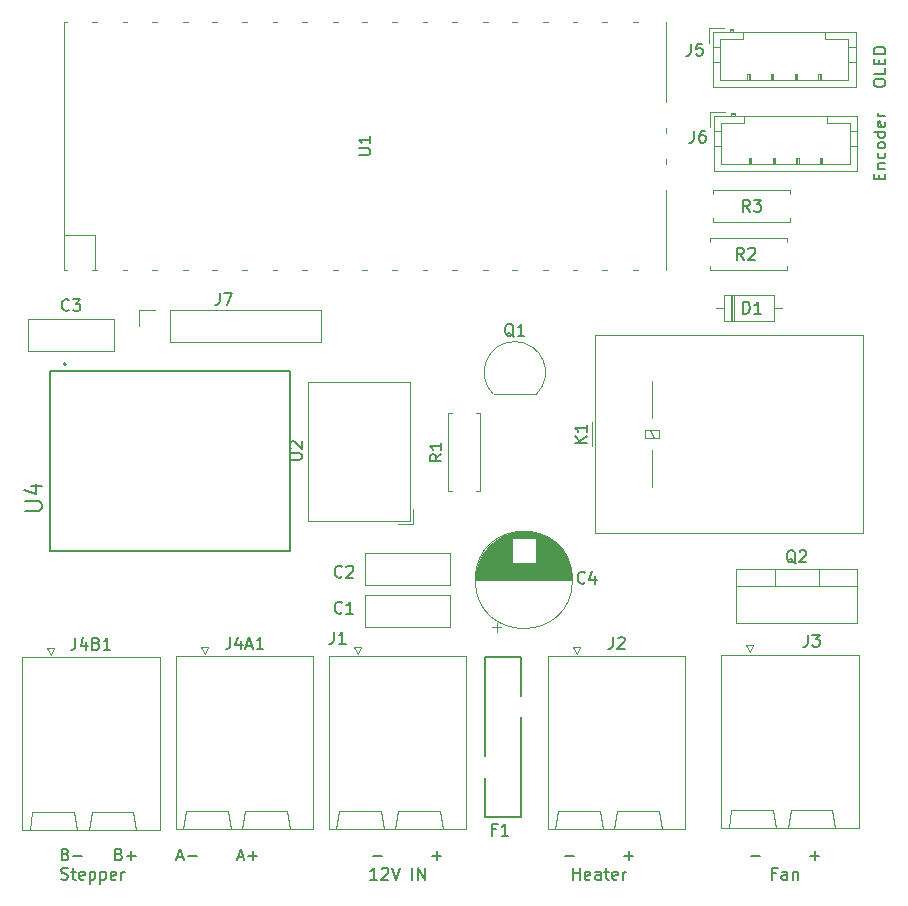
<source format=gbr>
%TF.GenerationSoftware,KiCad,Pcbnew,7.0.1*%
%TF.CreationDate,2023-04-06T19:52:14-04:00*%
%TF.ProjectId,KiwiBoard,4b697769-426f-4617-9264-2e6b69636164,rev?*%
%TF.SameCoordinates,Original*%
%TF.FileFunction,Legend,Top*%
%TF.FilePolarity,Positive*%
%FSLAX46Y46*%
G04 Gerber Fmt 4.6, Leading zero omitted, Abs format (unit mm)*
G04 Created by KiCad (PCBNEW 7.0.1) date 2023-04-06 19:52:14*
%MOMM*%
%LPD*%
G01*
G04 APERTURE LIST*
%ADD10C,0.150000*%
%ADD11C,0.120000*%
%ADD12C,0.127000*%
%ADD13C,0.200000*%
G04 APERTURE END LIST*
D10*
X122797809Y-55387904D02*
X122797809Y-55054571D01*
X123321619Y-54911714D02*
X123321619Y-55387904D01*
X123321619Y-55387904D02*
X122321619Y-55387904D01*
X122321619Y-55387904D02*
X122321619Y-54911714D01*
X122654952Y-54483142D02*
X123321619Y-54483142D01*
X122750190Y-54483142D02*
X122702571Y-54435523D01*
X122702571Y-54435523D02*
X122654952Y-54340285D01*
X122654952Y-54340285D02*
X122654952Y-54197428D01*
X122654952Y-54197428D02*
X122702571Y-54102190D01*
X122702571Y-54102190D02*
X122797809Y-54054571D01*
X122797809Y-54054571D02*
X123321619Y-54054571D01*
X123274000Y-53149809D02*
X123321619Y-53245047D01*
X123321619Y-53245047D02*
X123321619Y-53435523D01*
X123321619Y-53435523D02*
X123274000Y-53530761D01*
X123274000Y-53530761D02*
X123226380Y-53578380D01*
X123226380Y-53578380D02*
X123131142Y-53625999D01*
X123131142Y-53625999D02*
X122845428Y-53625999D01*
X122845428Y-53625999D02*
X122750190Y-53578380D01*
X122750190Y-53578380D02*
X122702571Y-53530761D01*
X122702571Y-53530761D02*
X122654952Y-53435523D01*
X122654952Y-53435523D02*
X122654952Y-53245047D01*
X122654952Y-53245047D02*
X122702571Y-53149809D01*
X123321619Y-52578380D02*
X123274000Y-52673618D01*
X123274000Y-52673618D02*
X123226380Y-52721237D01*
X123226380Y-52721237D02*
X123131142Y-52768856D01*
X123131142Y-52768856D02*
X122845428Y-52768856D01*
X122845428Y-52768856D02*
X122750190Y-52721237D01*
X122750190Y-52721237D02*
X122702571Y-52673618D01*
X122702571Y-52673618D02*
X122654952Y-52578380D01*
X122654952Y-52578380D02*
X122654952Y-52435523D01*
X122654952Y-52435523D02*
X122702571Y-52340285D01*
X122702571Y-52340285D02*
X122750190Y-52292666D01*
X122750190Y-52292666D02*
X122845428Y-52245047D01*
X122845428Y-52245047D02*
X123131142Y-52245047D01*
X123131142Y-52245047D02*
X123226380Y-52292666D01*
X123226380Y-52292666D02*
X123274000Y-52340285D01*
X123274000Y-52340285D02*
X123321619Y-52435523D01*
X123321619Y-52435523D02*
X123321619Y-52578380D01*
X123321619Y-51387904D02*
X122321619Y-51387904D01*
X123274000Y-51387904D02*
X123321619Y-51483142D01*
X123321619Y-51483142D02*
X123321619Y-51673618D01*
X123321619Y-51673618D02*
X123274000Y-51768856D01*
X123274000Y-51768856D02*
X123226380Y-51816475D01*
X123226380Y-51816475D02*
X123131142Y-51864094D01*
X123131142Y-51864094D02*
X122845428Y-51864094D01*
X122845428Y-51864094D02*
X122750190Y-51816475D01*
X122750190Y-51816475D02*
X122702571Y-51768856D01*
X122702571Y-51768856D02*
X122654952Y-51673618D01*
X122654952Y-51673618D02*
X122654952Y-51483142D01*
X122654952Y-51483142D02*
X122702571Y-51387904D01*
X123274000Y-50530761D02*
X123321619Y-50625999D01*
X123321619Y-50625999D02*
X123321619Y-50816475D01*
X123321619Y-50816475D02*
X123274000Y-50911713D01*
X123274000Y-50911713D02*
X123178761Y-50959332D01*
X123178761Y-50959332D02*
X122797809Y-50959332D01*
X122797809Y-50959332D02*
X122702571Y-50911713D01*
X122702571Y-50911713D02*
X122654952Y-50816475D01*
X122654952Y-50816475D02*
X122654952Y-50625999D01*
X122654952Y-50625999D02*
X122702571Y-50530761D01*
X122702571Y-50530761D02*
X122797809Y-50483142D01*
X122797809Y-50483142D02*
X122893047Y-50483142D01*
X122893047Y-50483142D02*
X122988285Y-50959332D01*
X123321619Y-50054570D02*
X122654952Y-50054570D01*
X122845428Y-50054570D02*
X122750190Y-50006951D01*
X122750190Y-50006951D02*
X122702571Y-49959332D01*
X122702571Y-49959332D02*
X122654952Y-49864094D01*
X122654952Y-49864094D02*
X122654952Y-49768856D01*
X111903238Y-112684666D02*
X112665143Y-112684666D01*
X116950858Y-112684666D02*
X117712763Y-112684666D01*
X117331810Y-113065619D02*
X117331810Y-112303714D01*
X114046095Y-114161809D02*
X113712762Y-114161809D01*
X113712762Y-114685619D02*
X113712762Y-113685619D01*
X113712762Y-113685619D02*
X114188952Y-113685619D01*
X114998476Y-114685619D02*
X114998476Y-114161809D01*
X114998476Y-114161809D02*
X114950857Y-114066571D01*
X114950857Y-114066571D02*
X114855619Y-114018952D01*
X114855619Y-114018952D02*
X114665143Y-114018952D01*
X114665143Y-114018952D02*
X114569905Y-114066571D01*
X114998476Y-114638000D02*
X114903238Y-114685619D01*
X114903238Y-114685619D02*
X114665143Y-114685619D01*
X114665143Y-114685619D02*
X114569905Y-114638000D01*
X114569905Y-114638000D02*
X114522286Y-114542761D01*
X114522286Y-114542761D02*
X114522286Y-114447523D01*
X114522286Y-114447523D02*
X114569905Y-114352285D01*
X114569905Y-114352285D02*
X114665143Y-114304666D01*
X114665143Y-114304666D02*
X114903238Y-114304666D01*
X114903238Y-114304666D02*
X114998476Y-114257047D01*
X115474667Y-114018952D02*
X115474667Y-114685619D01*
X115474667Y-114114190D02*
X115522286Y-114066571D01*
X115522286Y-114066571D02*
X115617524Y-114018952D01*
X115617524Y-114018952D02*
X115760381Y-114018952D01*
X115760381Y-114018952D02*
X115855619Y-114066571D01*
X115855619Y-114066571D02*
X115903238Y-114161809D01*
X115903238Y-114161809D02*
X115903238Y-114685619D01*
X53911428Y-112541809D02*
X54054285Y-112589428D01*
X54054285Y-112589428D02*
X54101904Y-112637047D01*
X54101904Y-112637047D02*
X54149523Y-112732285D01*
X54149523Y-112732285D02*
X54149523Y-112875142D01*
X54149523Y-112875142D02*
X54101904Y-112970380D01*
X54101904Y-112970380D02*
X54054285Y-113018000D01*
X54054285Y-113018000D02*
X53959047Y-113065619D01*
X53959047Y-113065619D02*
X53578095Y-113065619D01*
X53578095Y-113065619D02*
X53578095Y-112065619D01*
X53578095Y-112065619D02*
X53911428Y-112065619D01*
X53911428Y-112065619D02*
X54006666Y-112113238D01*
X54006666Y-112113238D02*
X54054285Y-112160857D01*
X54054285Y-112160857D02*
X54101904Y-112256095D01*
X54101904Y-112256095D02*
X54101904Y-112351333D01*
X54101904Y-112351333D02*
X54054285Y-112446571D01*
X54054285Y-112446571D02*
X54006666Y-112494190D01*
X54006666Y-112494190D02*
X53911428Y-112541809D01*
X53911428Y-112541809D02*
X53578095Y-112541809D01*
X54578095Y-112684666D02*
X55340000Y-112684666D01*
X58435238Y-112541809D02*
X58578095Y-112589428D01*
X58578095Y-112589428D02*
X58625714Y-112637047D01*
X58625714Y-112637047D02*
X58673333Y-112732285D01*
X58673333Y-112732285D02*
X58673333Y-112875142D01*
X58673333Y-112875142D02*
X58625714Y-112970380D01*
X58625714Y-112970380D02*
X58578095Y-113018000D01*
X58578095Y-113018000D02*
X58482857Y-113065619D01*
X58482857Y-113065619D02*
X58101905Y-113065619D01*
X58101905Y-113065619D02*
X58101905Y-112065619D01*
X58101905Y-112065619D02*
X58435238Y-112065619D01*
X58435238Y-112065619D02*
X58530476Y-112113238D01*
X58530476Y-112113238D02*
X58578095Y-112160857D01*
X58578095Y-112160857D02*
X58625714Y-112256095D01*
X58625714Y-112256095D02*
X58625714Y-112351333D01*
X58625714Y-112351333D02*
X58578095Y-112446571D01*
X58578095Y-112446571D02*
X58530476Y-112494190D01*
X58530476Y-112494190D02*
X58435238Y-112541809D01*
X58435238Y-112541809D02*
X58101905Y-112541809D01*
X59101905Y-112684666D02*
X59863810Y-112684666D01*
X59482857Y-113065619D02*
X59482857Y-112303714D01*
X63340001Y-112779904D02*
X63816191Y-112779904D01*
X63244763Y-113065619D02*
X63578096Y-112065619D01*
X63578096Y-112065619D02*
X63911429Y-113065619D01*
X64244763Y-112684666D02*
X65006668Y-112684666D01*
X68482859Y-112779904D02*
X68959049Y-112779904D01*
X68387621Y-113065619D02*
X68720954Y-112065619D01*
X68720954Y-112065619D02*
X69054287Y-113065619D01*
X69387621Y-112684666D02*
X70149526Y-112684666D01*
X69768573Y-113065619D02*
X69768573Y-112303714D01*
X53530476Y-114638000D02*
X53673333Y-114685619D01*
X53673333Y-114685619D02*
X53911428Y-114685619D01*
X53911428Y-114685619D02*
X54006666Y-114638000D01*
X54006666Y-114638000D02*
X54054285Y-114590380D01*
X54054285Y-114590380D02*
X54101904Y-114495142D01*
X54101904Y-114495142D02*
X54101904Y-114399904D01*
X54101904Y-114399904D02*
X54054285Y-114304666D01*
X54054285Y-114304666D02*
X54006666Y-114257047D01*
X54006666Y-114257047D02*
X53911428Y-114209428D01*
X53911428Y-114209428D02*
X53720952Y-114161809D01*
X53720952Y-114161809D02*
X53625714Y-114114190D01*
X53625714Y-114114190D02*
X53578095Y-114066571D01*
X53578095Y-114066571D02*
X53530476Y-113971333D01*
X53530476Y-113971333D02*
X53530476Y-113876095D01*
X53530476Y-113876095D02*
X53578095Y-113780857D01*
X53578095Y-113780857D02*
X53625714Y-113733238D01*
X53625714Y-113733238D02*
X53720952Y-113685619D01*
X53720952Y-113685619D02*
X53959047Y-113685619D01*
X53959047Y-113685619D02*
X54101904Y-113733238D01*
X54387619Y-114018952D02*
X54768571Y-114018952D01*
X54530476Y-113685619D02*
X54530476Y-114542761D01*
X54530476Y-114542761D02*
X54578095Y-114638000D01*
X54578095Y-114638000D02*
X54673333Y-114685619D01*
X54673333Y-114685619D02*
X54768571Y-114685619D01*
X55482857Y-114638000D02*
X55387619Y-114685619D01*
X55387619Y-114685619D02*
X55197143Y-114685619D01*
X55197143Y-114685619D02*
X55101905Y-114638000D01*
X55101905Y-114638000D02*
X55054286Y-114542761D01*
X55054286Y-114542761D02*
X55054286Y-114161809D01*
X55054286Y-114161809D02*
X55101905Y-114066571D01*
X55101905Y-114066571D02*
X55197143Y-114018952D01*
X55197143Y-114018952D02*
X55387619Y-114018952D01*
X55387619Y-114018952D02*
X55482857Y-114066571D01*
X55482857Y-114066571D02*
X55530476Y-114161809D01*
X55530476Y-114161809D02*
X55530476Y-114257047D01*
X55530476Y-114257047D02*
X55054286Y-114352285D01*
X55959048Y-114018952D02*
X55959048Y-115018952D01*
X55959048Y-114066571D02*
X56054286Y-114018952D01*
X56054286Y-114018952D02*
X56244762Y-114018952D01*
X56244762Y-114018952D02*
X56340000Y-114066571D01*
X56340000Y-114066571D02*
X56387619Y-114114190D01*
X56387619Y-114114190D02*
X56435238Y-114209428D01*
X56435238Y-114209428D02*
X56435238Y-114495142D01*
X56435238Y-114495142D02*
X56387619Y-114590380D01*
X56387619Y-114590380D02*
X56340000Y-114638000D01*
X56340000Y-114638000D02*
X56244762Y-114685619D01*
X56244762Y-114685619D02*
X56054286Y-114685619D01*
X56054286Y-114685619D02*
X55959048Y-114638000D01*
X56863810Y-114018952D02*
X56863810Y-115018952D01*
X56863810Y-114066571D02*
X56959048Y-114018952D01*
X56959048Y-114018952D02*
X57149524Y-114018952D01*
X57149524Y-114018952D02*
X57244762Y-114066571D01*
X57244762Y-114066571D02*
X57292381Y-114114190D01*
X57292381Y-114114190D02*
X57340000Y-114209428D01*
X57340000Y-114209428D02*
X57340000Y-114495142D01*
X57340000Y-114495142D02*
X57292381Y-114590380D01*
X57292381Y-114590380D02*
X57244762Y-114638000D01*
X57244762Y-114638000D02*
X57149524Y-114685619D01*
X57149524Y-114685619D02*
X56959048Y-114685619D01*
X56959048Y-114685619D02*
X56863810Y-114638000D01*
X58149524Y-114638000D02*
X58054286Y-114685619D01*
X58054286Y-114685619D02*
X57863810Y-114685619D01*
X57863810Y-114685619D02*
X57768572Y-114638000D01*
X57768572Y-114638000D02*
X57720953Y-114542761D01*
X57720953Y-114542761D02*
X57720953Y-114161809D01*
X57720953Y-114161809D02*
X57768572Y-114066571D01*
X57768572Y-114066571D02*
X57863810Y-114018952D01*
X57863810Y-114018952D02*
X58054286Y-114018952D01*
X58054286Y-114018952D02*
X58149524Y-114066571D01*
X58149524Y-114066571D02*
X58197143Y-114161809D01*
X58197143Y-114161809D02*
X58197143Y-114257047D01*
X58197143Y-114257047D02*
X57720953Y-114352285D01*
X58625715Y-114685619D02*
X58625715Y-114018952D01*
X58625715Y-114209428D02*
X58673334Y-114114190D01*
X58673334Y-114114190D02*
X58720953Y-114066571D01*
X58720953Y-114066571D02*
X58816191Y-114018952D01*
X58816191Y-114018952D02*
X58911429Y-114018952D01*
X122321619Y-47323428D02*
X122321619Y-47132952D01*
X122321619Y-47132952D02*
X122369238Y-47037714D01*
X122369238Y-47037714D02*
X122464476Y-46942476D01*
X122464476Y-46942476D02*
X122654952Y-46894857D01*
X122654952Y-46894857D02*
X122988285Y-46894857D01*
X122988285Y-46894857D02*
X123178761Y-46942476D01*
X123178761Y-46942476D02*
X123274000Y-47037714D01*
X123274000Y-47037714D02*
X123321619Y-47132952D01*
X123321619Y-47132952D02*
X123321619Y-47323428D01*
X123321619Y-47323428D02*
X123274000Y-47418666D01*
X123274000Y-47418666D02*
X123178761Y-47513904D01*
X123178761Y-47513904D02*
X122988285Y-47561523D01*
X122988285Y-47561523D02*
X122654952Y-47561523D01*
X122654952Y-47561523D02*
X122464476Y-47513904D01*
X122464476Y-47513904D02*
X122369238Y-47418666D01*
X122369238Y-47418666D02*
X122321619Y-47323428D01*
X123321619Y-45990095D02*
X123321619Y-46466285D01*
X123321619Y-46466285D02*
X122321619Y-46466285D01*
X122797809Y-45656761D02*
X122797809Y-45323428D01*
X123321619Y-45180571D02*
X123321619Y-45656761D01*
X123321619Y-45656761D02*
X122321619Y-45656761D01*
X122321619Y-45656761D02*
X122321619Y-45180571D01*
X123321619Y-44751999D02*
X122321619Y-44751999D01*
X122321619Y-44751999D02*
X122321619Y-44513904D01*
X122321619Y-44513904D02*
X122369238Y-44371047D01*
X122369238Y-44371047D02*
X122464476Y-44275809D01*
X122464476Y-44275809D02*
X122559714Y-44228190D01*
X122559714Y-44228190D02*
X122750190Y-44180571D01*
X122750190Y-44180571D02*
X122893047Y-44180571D01*
X122893047Y-44180571D02*
X123083523Y-44228190D01*
X123083523Y-44228190D02*
X123178761Y-44275809D01*
X123178761Y-44275809D02*
X123274000Y-44371047D01*
X123274000Y-44371047D02*
X123321619Y-44513904D01*
X123321619Y-44513904D02*
X123321619Y-44751999D01*
X96155238Y-112684666D02*
X96917143Y-112684666D01*
X101202858Y-112684666D02*
X101964763Y-112684666D01*
X101583810Y-113065619D02*
X101583810Y-112303714D01*
X96869523Y-114685619D02*
X96869523Y-113685619D01*
X96869523Y-114161809D02*
X97440951Y-114161809D01*
X97440951Y-114685619D02*
X97440951Y-113685619D01*
X98298094Y-114638000D02*
X98202856Y-114685619D01*
X98202856Y-114685619D02*
X98012380Y-114685619D01*
X98012380Y-114685619D02*
X97917142Y-114638000D01*
X97917142Y-114638000D02*
X97869523Y-114542761D01*
X97869523Y-114542761D02*
X97869523Y-114161809D01*
X97869523Y-114161809D02*
X97917142Y-114066571D01*
X97917142Y-114066571D02*
X98012380Y-114018952D01*
X98012380Y-114018952D02*
X98202856Y-114018952D01*
X98202856Y-114018952D02*
X98298094Y-114066571D01*
X98298094Y-114066571D02*
X98345713Y-114161809D01*
X98345713Y-114161809D02*
X98345713Y-114257047D01*
X98345713Y-114257047D02*
X97869523Y-114352285D01*
X99202856Y-114685619D02*
X99202856Y-114161809D01*
X99202856Y-114161809D02*
X99155237Y-114066571D01*
X99155237Y-114066571D02*
X99059999Y-114018952D01*
X99059999Y-114018952D02*
X98869523Y-114018952D01*
X98869523Y-114018952D02*
X98774285Y-114066571D01*
X99202856Y-114638000D02*
X99107618Y-114685619D01*
X99107618Y-114685619D02*
X98869523Y-114685619D01*
X98869523Y-114685619D02*
X98774285Y-114638000D01*
X98774285Y-114638000D02*
X98726666Y-114542761D01*
X98726666Y-114542761D02*
X98726666Y-114447523D01*
X98726666Y-114447523D02*
X98774285Y-114352285D01*
X98774285Y-114352285D02*
X98869523Y-114304666D01*
X98869523Y-114304666D02*
X99107618Y-114304666D01*
X99107618Y-114304666D02*
X99202856Y-114257047D01*
X99536190Y-114018952D02*
X99917142Y-114018952D01*
X99679047Y-113685619D02*
X99679047Y-114542761D01*
X99679047Y-114542761D02*
X99726666Y-114638000D01*
X99726666Y-114638000D02*
X99821904Y-114685619D01*
X99821904Y-114685619D02*
X99917142Y-114685619D01*
X100631428Y-114638000D02*
X100536190Y-114685619D01*
X100536190Y-114685619D02*
X100345714Y-114685619D01*
X100345714Y-114685619D02*
X100250476Y-114638000D01*
X100250476Y-114638000D02*
X100202857Y-114542761D01*
X100202857Y-114542761D02*
X100202857Y-114161809D01*
X100202857Y-114161809D02*
X100250476Y-114066571D01*
X100250476Y-114066571D02*
X100345714Y-114018952D01*
X100345714Y-114018952D02*
X100536190Y-114018952D01*
X100536190Y-114018952D02*
X100631428Y-114066571D01*
X100631428Y-114066571D02*
X100679047Y-114161809D01*
X100679047Y-114161809D02*
X100679047Y-114257047D01*
X100679047Y-114257047D02*
X100202857Y-114352285D01*
X101107619Y-114685619D02*
X101107619Y-114018952D01*
X101107619Y-114209428D02*
X101155238Y-114114190D01*
X101155238Y-114114190D02*
X101202857Y-114066571D01*
X101202857Y-114066571D02*
X101298095Y-114018952D01*
X101298095Y-114018952D02*
X101393333Y-114018952D01*
X79899238Y-112684666D02*
X80661143Y-112684666D01*
X84946858Y-112684666D02*
X85708763Y-112684666D01*
X85327810Y-113065619D02*
X85327810Y-112303714D01*
X80280190Y-114685619D02*
X79708762Y-114685619D01*
X79994476Y-114685619D02*
X79994476Y-113685619D01*
X79994476Y-113685619D02*
X79899238Y-113828476D01*
X79899238Y-113828476D02*
X79804000Y-113923714D01*
X79804000Y-113923714D02*
X79708762Y-113971333D01*
X80661143Y-113780857D02*
X80708762Y-113733238D01*
X80708762Y-113733238D02*
X80804000Y-113685619D01*
X80804000Y-113685619D02*
X81042095Y-113685619D01*
X81042095Y-113685619D02*
X81137333Y-113733238D01*
X81137333Y-113733238D02*
X81184952Y-113780857D01*
X81184952Y-113780857D02*
X81232571Y-113876095D01*
X81232571Y-113876095D02*
X81232571Y-113971333D01*
X81232571Y-113971333D02*
X81184952Y-114114190D01*
X81184952Y-114114190D02*
X80613524Y-114685619D01*
X80613524Y-114685619D02*
X81232571Y-114685619D01*
X81518286Y-113685619D02*
X81851619Y-114685619D01*
X81851619Y-114685619D02*
X82184952Y-113685619D01*
X83280191Y-114685619D02*
X83280191Y-113685619D01*
X83756381Y-114685619D02*
X83756381Y-113685619D01*
X83756381Y-113685619D02*
X84327809Y-114685619D01*
X84327809Y-114685619D02*
X84327809Y-113685619D01*
%TO.C,J4B1*%
X54748476Y-94212619D02*
X54748476Y-94926904D01*
X54748476Y-94926904D02*
X54700857Y-95069761D01*
X54700857Y-95069761D02*
X54605619Y-95165000D01*
X54605619Y-95165000D02*
X54462762Y-95212619D01*
X54462762Y-95212619D02*
X54367524Y-95212619D01*
X55653238Y-94545952D02*
X55653238Y-95212619D01*
X55415143Y-94165000D02*
X55177048Y-94879285D01*
X55177048Y-94879285D02*
X55796095Y-94879285D01*
X56510381Y-94688809D02*
X56653238Y-94736428D01*
X56653238Y-94736428D02*
X56700857Y-94784047D01*
X56700857Y-94784047D02*
X56748476Y-94879285D01*
X56748476Y-94879285D02*
X56748476Y-95022142D01*
X56748476Y-95022142D02*
X56700857Y-95117380D01*
X56700857Y-95117380D02*
X56653238Y-95165000D01*
X56653238Y-95165000D02*
X56558000Y-95212619D01*
X56558000Y-95212619D02*
X56177048Y-95212619D01*
X56177048Y-95212619D02*
X56177048Y-94212619D01*
X56177048Y-94212619D02*
X56510381Y-94212619D01*
X56510381Y-94212619D02*
X56605619Y-94260238D01*
X56605619Y-94260238D02*
X56653238Y-94307857D01*
X56653238Y-94307857D02*
X56700857Y-94403095D01*
X56700857Y-94403095D02*
X56700857Y-94498333D01*
X56700857Y-94498333D02*
X56653238Y-94593571D01*
X56653238Y-94593571D02*
X56605619Y-94641190D01*
X56605619Y-94641190D02*
X56510381Y-94688809D01*
X56510381Y-94688809D02*
X56177048Y-94688809D01*
X57700857Y-95212619D02*
X57129429Y-95212619D01*
X57415143Y-95212619D02*
X57415143Y-94212619D01*
X57415143Y-94212619D02*
X57319905Y-94355476D01*
X57319905Y-94355476D02*
X57224667Y-94450714D01*
X57224667Y-94450714D02*
X57129429Y-94498333D01*
%TO.C,J4A1*%
X67849904Y-94155119D02*
X67849904Y-94869404D01*
X67849904Y-94869404D02*
X67802285Y-95012261D01*
X67802285Y-95012261D02*
X67707047Y-95107500D01*
X67707047Y-95107500D02*
X67564190Y-95155119D01*
X67564190Y-95155119D02*
X67468952Y-95155119D01*
X68754666Y-94488452D02*
X68754666Y-95155119D01*
X68516571Y-94107500D02*
X68278476Y-94821785D01*
X68278476Y-94821785D02*
X68897523Y-94821785D01*
X69230857Y-94869404D02*
X69707047Y-94869404D01*
X69135619Y-95155119D02*
X69468952Y-94155119D01*
X69468952Y-94155119D02*
X69802285Y-95155119D01*
X70659428Y-95155119D02*
X70088000Y-95155119D01*
X70373714Y-95155119D02*
X70373714Y-94155119D01*
X70373714Y-94155119D02*
X70278476Y-94297976D01*
X70278476Y-94297976D02*
X70183238Y-94393214D01*
X70183238Y-94393214D02*
X70088000Y-94440833D01*
%TO.C,J1*%
X76628666Y-93696619D02*
X76628666Y-94410904D01*
X76628666Y-94410904D02*
X76581047Y-94553761D01*
X76581047Y-94553761D02*
X76485809Y-94649000D01*
X76485809Y-94649000D02*
X76342952Y-94696619D01*
X76342952Y-94696619D02*
X76247714Y-94696619D01*
X77628666Y-94696619D02*
X77057238Y-94696619D01*
X77342952Y-94696619D02*
X77342952Y-93696619D01*
X77342952Y-93696619D02*
X77247714Y-93839476D01*
X77247714Y-93839476D02*
X77152476Y-93934714D01*
X77152476Y-93934714D02*
X77057238Y-93982333D01*
%TO.C,F1*%
X90344399Y-110428761D02*
X90010798Y-110428761D01*
X90010798Y-110952991D02*
X90010798Y-109952188D01*
X90010798Y-109952188D02*
X90487371Y-109952188D01*
X91392859Y-110952991D02*
X90820972Y-110952991D01*
X91106915Y-110952991D02*
X91106915Y-109952188D01*
X91106915Y-109952188D02*
X91011601Y-110095160D01*
X91011601Y-110095160D02*
X90916286Y-110190474D01*
X90916286Y-110190474D02*
X90820972Y-110238132D01*
%TO.C,Q1*%
X91852761Y-68731857D02*
X91757523Y-68684238D01*
X91757523Y-68684238D02*
X91662285Y-68589000D01*
X91662285Y-68589000D02*
X91519428Y-68446142D01*
X91519428Y-68446142D02*
X91424190Y-68398523D01*
X91424190Y-68398523D02*
X91328952Y-68398523D01*
X91376571Y-68636619D02*
X91281333Y-68589000D01*
X91281333Y-68589000D02*
X91186095Y-68493761D01*
X91186095Y-68493761D02*
X91138476Y-68303285D01*
X91138476Y-68303285D02*
X91138476Y-67969952D01*
X91138476Y-67969952D02*
X91186095Y-67779476D01*
X91186095Y-67779476D02*
X91281333Y-67684238D01*
X91281333Y-67684238D02*
X91376571Y-67636619D01*
X91376571Y-67636619D02*
X91567047Y-67636619D01*
X91567047Y-67636619D02*
X91662285Y-67684238D01*
X91662285Y-67684238D02*
X91757523Y-67779476D01*
X91757523Y-67779476D02*
X91805142Y-67969952D01*
X91805142Y-67969952D02*
X91805142Y-68303285D01*
X91805142Y-68303285D02*
X91757523Y-68493761D01*
X91757523Y-68493761D02*
X91662285Y-68589000D01*
X91662285Y-68589000D02*
X91567047Y-68636619D01*
X91567047Y-68636619D02*
X91376571Y-68636619D01*
X92757523Y-68636619D02*
X92186095Y-68636619D01*
X92471809Y-68636619D02*
X92471809Y-67636619D01*
X92471809Y-67636619D02*
X92376571Y-67779476D01*
X92376571Y-67779476D02*
X92281333Y-67874714D01*
X92281333Y-67874714D02*
X92186095Y-67922333D01*
%TO.C,J5*%
X106854666Y-43912619D02*
X106854666Y-44626904D01*
X106854666Y-44626904D02*
X106807047Y-44769761D01*
X106807047Y-44769761D02*
X106711809Y-44865000D01*
X106711809Y-44865000D02*
X106568952Y-44912619D01*
X106568952Y-44912619D02*
X106473714Y-44912619D01*
X107807047Y-43912619D02*
X107330857Y-43912619D01*
X107330857Y-43912619D02*
X107283238Y-44388809D01*
X107283238Y-44388809D02*
X107330857Y-44341190D01*
X107330857Y-44341190D02*
X107426095Y-44293571D01*
X107426095Y-44293571D02*
X107664190Y-44293571D01*
X107664190Y-44293571D02*
X107759428Y-44341190D01*
X107759428Y-44341190D02*
X107807047Y-44388809D01*
X107807047Y-44388809D02*
X107854666Y-44484047D01*
X107854666Y-44484047D02*
X107854666Y-44722142D01*
X107854666Y-44722142D02*
X107807047Y-44817380D01*
X107807047Y-44817380D02*
X107759428Y-44865000D01*
X107759428Y-44865000D02*
X107664190Y-44912619D01*
X107664190Y-44912619D02*
X107426095Y-44912619D01*
X107426095Y-44912619D02*
X107330857Y-44865000D01*
X107330857Y-44865000D02*
X107283238Y-44817380D01*
%TO.C,C4*%
X97877333Y-89521380D02*
X97829714Y-89569000D01*
X97829714Y-89569000D02*
X97686857Y-89616619D01*
X97686857Y-89616619D02*
X97591619Y-89616619D01*
X97591619Y-89616619D02*
X97448762Y-89569000D01*
X97448762Y-89569000D02*
X97353524Y-89473761D01*
X97353524Y-89473761D02*
X97305905Y-89378523D01*
X97305905Y-89378523D02*
X97258286Y-89188047D01*
X97258286Y-89188047D02*
X97258286Y-89045190D01*
X97258286Y-89045190D02*
X97305905Y-88854714D01*
X97305905Y-88854714D02*
X97353524Y-88759476D01*
X97353524Y-88759476D02*
X97448762Y-88664238D01*
X97448762Y-88664238D02*
X97591619Y-88616619D01*
X97591619Y-88616619D02*
X97686857Y-88616619D01*
X97686857Y-88616619D02*
X97829714Y-88664238D01*
X97829714Y-88664238D02*
X97877333Y-88711857D01*
X98734476Y-88949952D02*
X98734476Y-89616619D01*
X98496381Y-88569000D02*
X98258286Y-89283285D01*
X98258286Y-89283285D02*
X98877333Y-89283285D01*
%TO.C,C3*%
X54189333Y-66447380D02*
X54141714Y-66495000D01*
X54141714Y-66495000D02*
X53998857Y-66542619D01*
X53998857Y-66542619D02*
X53903619Y-66542619D01*
X53903619Y-66542619D02*
X53760762Y-66495000D01*
X53760762Y-66495000D02*
X53665524Y-66399761D01*
X53665524Y-66399761D02*
X53617905Y-66304523D01*
X53617905Y-66304523D02*
X53570286Y-66114047D01*
X53570286Y-66114047D02*
X53570286Y-65971190D01*
X53570286Y-65971190D02*
X53617905Y-65780714D01*
X53617905Y-65780714D02*
X53665524Y-65685476D01*
X53665524Y-65685476D02*
X53760762Y-65590238D01*
X53760762Y-65590238D02*
X53903619Y-65542619D01*
X53903619Y-65542619D02*
X53998857Y-65542619D01*
X53998857Y-65542619D02*
X54141714Y-65590238D01*
X54141714Y-65590238D02*
X54189333Y-65637857D01*
X54522667Y-65542619D02*
X55141714Y-65542619D01*
X55141714Y-65542619D02*
X54808381Y-65923571D01*
X54808381Y-65923571D02*
X54951238Y-65923571D01*
X54951238Y-65923571D02*
X55046476Y-65971190D01*
X55046476Y-65971190D02*
X55094095Y-66018809D01*
X55094095Y-66018809D02*
X55141714Y-66114047D01*
X55141714Y-66114047D02*
X55141714Y-66352142D01*
X55141714Y-66352142D02*
X55094095Y-66447380D01*
X55094095Y-66447380D02*
X55046476Y-66495000D01*
X55046476Y-66495000D02*
X54951238Y-66542619D01*
X54951238Y-66542619D02*
X54665524Y-66542619D01*
X54665524Y-66542619D02*
X54570286Y-66495000D01*
X54570286Y-66495000D02*
X54522667Y-66447380D01*
%TO.C,C1*%
X77303333Y-92061380D02*
X77255714Y-92109000D01*
X77255714Y-92109000D02*
X77112857Y-92156619D01*
X77112857Y-92156619D02*
X77017619Y-92156619D01*
X77017619Y-92156619D02*
X76874762Y-92109000D01*
X76874762Y-92109000D02*
X76779524Y-92013761D01*
X76779524Y-92013761D02*
X76731905Y-91918523D01*
X76731905Y-91918523D02*
X76684286Y-91728047D01*
X76684286Y-91728047D02*
X76684286Y-91585190D01*
X76684286Y-91585190D02*
X76731905Y-91394714D01*
X76731905Y-91394714D02*
X76779524Y-91299476D01*
X76779524Y-91299476D02*
X76874762Y-91204238D01*
X76874762Y-91204238D02*
X77017619Y-91156619D01*
X77017619Y-91156619D02*
X77112857Y-91156619D01*
X77112857Y-91156619D02*
X77255714Y-91204238D01*
X77255714Y-91204238D02*
X77303333Y-91251857D01*
X78255714Y-92156619D02*
X77684286Y-92156619D01*
X77970000Y-92156619D02*
X77970000Y-91156619D01*
X77970000Y-91156619D02*
X77874762Y-91299476D01*
X77874762Y-91299476D02*
X77779524Y-91394714D01*
X77779524Y-91394714D02*
X77684286Y-91442333D01*
%TO.C,Q2*%
X115728761Y-87910857D02*
X115633523Y-87863238D01*
X115633523Y-87863238D02*
X115538285Y-87768000D01*
X115538285Y-87768000D02*
X115395428Y-87625142D01*
X115395428Y-87625142D02*
X115300190Y-87577523D01*
X115300190Y-87577523D02*
X115204952Y-87577523D01*
X115252571Y-87815619D02*
X115157333Y-87768000D01*
X115157333Y-87768000D02*
X115062095Y-87672761D01*
X115062095Y-87672761D02*
X115014476Y-87482285D01*
X115014476Y-87482285D02*
X115014476Y-87148952D01*
X115014476Y-87148952D02*
X115062095Y-86958476D01*
X115062095Y-86958476D02*
X115157333Y-86863238D01*
X115157333Y-86863238D02*
X115252571Y-86815619D01*
X115252571Y-86815619D02*
X115443047Y-86815619D01*
X115443047Y-86815619D02*
X115538285Y-86863238D01*
X115538285Y-86863238D02*
X115633523Y-86958476D01*
X115633523Y-86958476D02*
X115681142Y-87148952D01*
X115681142Y-87148952D02*
X115681142Y-87482285D01*
X115681142Y-87482285D02*
X115633523Y-87672761D01*
X115633523Y-87672761D02*
X115538285Y-87768000D01*
X115538285Y-87768000D02*
X115443047Y-87815619D01*
X115443047Y-87815619D02*
X115252571Y-87815619D01*
X116062095Y-86910857D02*
X116109714Y-86863238D01*
X116109714Y-86863238D02*
X116204952Y-86815619D01*
X116204952Y-86815619D02*
X116443047Y-86815619D01*
X116443047Y-86815619D02*
X116538285Y-86863238D01*
X116538285Y-86863238D02*
X116585904Y-86910857D01*
X116585904Y-86910857D02*
X116633523Y-87006095D01*
X116633523Y-87006095D02*
X116633523Y-87101333D01*
X116633523Y-87101333D02*
X116585904Y-87244190D01*
X116585904Y-87244190D02*
X116014476Y-87815619D01*
X116014476Y-87815619D02*
X116633523Y-87815619D01*
%TO.C,C2*%
X77303333Y-89013380D02*
X77255714Y-89061000D01*
X77255714Y-89061000D02*
X77112857Y-89108619D01*
X77112857Y-89108619D02*
X77017619Y-89108619D01*
X77017619Y-89108619D02*
X76874762Y-89061000D01*
X76874762Y-89061000D02*
X76779524Y-88965761D01*
X76779524Y-88965761D02*
X76731905Y-88870523D01*
X76731905Y-88870523D02*
X76684286Y-88680047D01*
X76684286Y-88680047D02*
X76684286Y-88537190D01*
X76684286Y-88537190D02*
X76731905Y-88346714D01*
X76731905Y-88346714D02*
X76779524Y-88251476D01*
X76779524Y-88251476D02*
X76874762Y-88156238D01*
X76874762Y-88156238D02*
X77017619Y-88108619D01*
X77017619Y-88108619D02*
X77112857Y-88108619D01*
X77112857Y-88108619D02*
X77255714Y-88156238D01*
X77255714Y-88156238D02*
X77303333Y-88203857D01*
X77684286Y-88203857D02*
X77731905Y-88156238D01*
X77731905Y-88156238D02*
X77827143Y-88108619D01*
X77827143Y-88108619D02*
X78065238Y-88108619D01*
X78065238Y-88108619D02*
X78160476Y-88156238D01*
X78160476Y-88156238D02*
X78208095Y-88203857D01*
X78208095Y-88203857D02*
X78255714Y-88299095D01*
X78255714Y-88299095D02*
X78255714Y-88394333D01*
X78255714Y-88394333D02*
X78208095Y-88537190D01*
X78208095Y-88537190D02*
X77636667Y-89108619D01*
X77636667Y-89108619D02*
X78255714Y-89108619D01*
%TO.C,R1*%
X85722619Y-78652666D02*
X85246428Y-78985999D01*
X85722619Y-79224094D02*
X84722619Y-79224094D01*
X84722619Y-79224094D02*
X84722619Y-78843142D01*
X84722619Y-78843142D02*
X84770238Y-78747904D01*
X84770238Y-78747904D02*
X84817857Y-78700285D01*
X84817857Y-78700285D02*
X84913095Y-78652666D01*
X84913095Y-78652666D02*
X85055952Y-78652666D01*
X85055952Y-78652666D02*
X85151190Y-78700285D01*
X85151190Y-78700285D02*
X85198809Y-78747904D01*
X85198809Y-78747904D02*
X85246428Y-78843142D01*
X85246428Y-78843142D02*
X85246428Y-79224094D01*
X85722619Y-77700285D02*
X85722619Y-78271713D01*
X85722619Y-77985999D02*
X84722619Y-77985999D01*
X84722619Y-77985999D02*
X84865476Y-78081237D01*
X84865476Y-78081237D02*
X84960714Y-78176475D01*
X84960714Y-78176475D02*
X85008333Y-78271713D01*
%TO.C,D1*%
X111275905Y-66756619D02*
X111275905Y-65756619D01*
X111275905Y-65756619D02*
X111514000Y-65756619D01*
X111514000Y-65756619D02*
X111656857Y-65804238D01*
X111656857Y-65804238D02*
X111752095Y-65899476D01*
X111752095Y-65899476D02*
X111799714Y-65994714D01*
X111799714Y-65994714D02*
X111847333Y-66185190D01*
X111847333Y-66185190D02*
X111847333Y-66328047D01*
X111847333Y-66328047D02*
X111799714Y-66518523D01*
X111799714Y-66518523D02*
X111752095Y-66613761D01*
X111752095Y-66613761D02*
X111656857Y-66709000D01*
X111656857Y-66709000D02*
X111514000Y-66756619D01*
X111514000Y-66756619D02*
X111275905Y-66756619D01*
X112799714Y-66756619D02*
X112228286Y-66756619D01*
X112514000Y-66756619D02*
X112514000Y-65756619D01*
X112514000Y-65756619D02*
X112418762Y-65899476D01*
X112418762Y-65899476D02*
X112323524Y-65994714D01*
X112323524Y-65994714D02*
X112228286Y-66042333D01*
%TO.C,J3*%
X116760666Y-93950619D02*
X116760666Y-94664904D01*
X116760666Y-94664904D02*
X116713047Y-94807761D01*
X116713047Y-94807761D02*
X116617809Y-94903000D01*
X116617809Y-94903000D02*
X116474952Y-94950619D01*
X116474952Y-94950619D02*
X116379714Y-94950619D01*
X117141619Y-93950619D02*
X117760666Y-93950619D01*
X117760666Y-93950619D02*
X117427333Y-94331571D01*
X117427333Y-94331571D02*
X117570190Y-94331571D01*
X117570190Y-94331571D02*
X117665428Y-94379190D01*
X117665428Y-94379190D02*
X117713047Y-94426809D01*
X117713047Y-94426809D02*
X117760666Y-94522047D01*
X117760666Y-94522047D02*
X117760666Y-94760142D01*
X117760666Y-94760142D02*
X117713047Y-94855380D01*
X117713047Y-94855380D02*
X117665428Y-94903000D01*
X117665428Y-94903000D02*
X117570190Y-94950619D01*
X117570190Y-94950619D02*
X117284476Y-94950619D01*
X117284476Y-94950619D02*
X117189238Y-94903000D01*
X117189238Y-94903000D02*
X117141619Y-94855380D01*
%TO.C,U4*%
X50496666Y-83469666D02*
X51630000Y-83469666D01*
X51630000Y-83469666D02*
X51763333Y-83403000D01*
X51763333Y-83403000D02*
X51830000Y-83336333D01*
X51830000Y-83336333D02*
X51896666Y-83203000D01*
X51896666Y-83203000D02*
X51896666Y-82936333D01*
X51896666Y-82936333D02*
X51830000Y-82803000D01*
X51830000Y-82803000D02*
X51763333Y-82736333D01*
X51763333Y-82736333D02*
X51630000Y-82669666D01*
X51630000Y-82669666D02*
X50496666Y-82669666D01*
X50963333Y-81402999D02*
X51896666Y-81402999D01*
X50430000Y-81736333D02*
X51430000Y-82069666D01*
X51430000Y-82069666D02*
X51430000Y-81202999D01*
%TO.C,R3*%
X111847333Y-58120619D02*
X111514000Y-57644428D01*
X111275905Y-58120619D02*
X111275905Y-57120619D01*
X111275905Y-57120619D02*
X111656857Y-57120619D01*
X111656857Y-57120619D02*
X111752095Y-57168238D01*
X111752095Y-57168238D02*
X111799714Y-57215857D01*
X111799714Y-57215857D02*
X111847333Y-57311095D01*
X111847333Y-57311095D02*
X111847333Y-57453952D01*
X111847333Y-57453952D02*
X111799714Y-57549190D01*
X111799714Y-57549190D02*
X111752095Y-57596809D01*
X111752095Y-57596809D02*
X111656857Y-57644428D01*
X111656857Y-57644428D02*
X111275905Y-57644428D01*
X112180667Y-57120619D02*
X112799714Y-57120619D01*
X112799714Y-57120619D02*
X112466381Y-57501571D01*
X112466381Y-57501571D02*
X112609238Y-57501571D01*
X112609238Y-57501571D02*
X112704476Y-57549190D01*
X112704476Y-57549190D02*
X112752095Y-57596809D01*
X112752095Y-57596809D02*
X112799714Y-57692047D01*
X112799714Y-57692047D02*
X112799714Y-57930142D01*
X112799714Y-57930142D02*
X112752095Y-58025380D01*
X112752095Y-58025380D02*
X112704476Y-58073000D01*
X112704476Y-58073000D02*
X112609238Y-58120619D01*
X112609238Y-58120619D02*
X112323524Y-58120619D01*
X112323524Y-58120619D02*
X112228286Y-58073000D01*
X112228286Y-58073000D02*
X112180667Y-58025380D01*
%TO.C,U1*%
X78710619Y-53339904D02*
X79520142Y-53339904D01*
X79520142Y-53339904D02*
X79615380Y-53292285D01*
X79615380Y-53292285D02*
X79663000Y-53244666D01*
X79663000Y-53244666D02*
X79710619Y-53149428D01*
X79710619Y-53149428D02*
X79710619Y-52958952D01*
X79710619Y-52958952D02*
X79663000Y-52863714D01*
X79663000Y-52863714D02*
X79615380Y-52816095D01*
X79615380Y-52816095D02*
X79520142Y-52768476D01*
X79520142Y-52768476D02*
X78710619Y-52768476D01*
X79710619Y-51768476D02*
X79710619Y-52339904D01*
X79710619Y-52054190D02*
X78710619Y-52054190D01*
X78710619Y-52054190D02*
X78853476Y-52149428D01*
X78853476Y-52149428D02*
X78948714Y-52244666D01*
X78948714Y-52244666D02*
X78996333Y-52339904D01*
%TO.C,J2*%
X100250666Y-94155119D02*
X100250666Y-94869404D01*
X100250666Y-94869404D02*
X100203047Y-95012261D01*
X100203047Y-95012261D02*
X100107809Y-95107500D01*
X100107809Y-95107500D02*
X99964952Y-95155119D01*
X99964952Y-95155119D02*
X99869714Y-95155119D01*
X100679238Y-94250357D02*
X100726857Y-94202738D01*
X100726857Y-94202738D02*
X100822095Y-94155119D01*
X100822095Y-94155119D02*
X101060190Y-94155119D01*
X101060190Y-94155119D02*
X101155428Y-94202738D01*
X101155428Y-94202738D02*
X101203047Y-94250357D01*
X101203047Y-94250357D02*
X101250666Y-94345595D01*
X101250666Y-94345595D02*
X101250666Y-94440833D01*
X101250666Y-94440833D02*
X101203047Y-94583690D01*
X101203047Y-94583690D02*
X100631619Y-95155119D01*
X100631619Y-95155119D02*
X101250666Y-95155119D01*
%TO.C,J7*%
X66976666Y-64994619D02*
X66976666Y-65708904D01*
X66976666Y-65708904D02*
X66929047Y-65851761D01*
X66929047Y-65851761D02*
X66833809Y-65947000D01*
X66833809Y-65947000D02*
X66690952Y-65994619D01*
X66690952Y-65994619D02*
X66595714Y-65994619D01*
X67357619Y-64994619D02*
X68024285Y-64994619D01*
X68024285Y-64994619D02*
X67595714Y-65994619D01*
%TO.C,J6*%
X107108666Y-51278619D02*
X107108666Y-51992904D01*
X107108666Y-51992904D02*
X107061047Y-52135761D01*
X107061047Y-52135761D02*
X106965809Y-52231000D01*
X106965809Y-52231000D02*
X106822952Y-52278619D01*
X106822952Y-52278619D02*
X106727714Y-52278619D01*
X108013428Y-51278619D02*
X107822952Y-51278619D01*
X107822952Y-51278619D02*
X107727714Y-51326238D01*
X107727714Y-51326238D02*
X107680095Y-51373857D01*
X107680095Y-51373857D02*
X107584857Y-51516714D01*
X107584857Y-51516714D02*
X107537238Y-51707190D01*
X107537238Y-51707190D02*
X107537238Y-52088142D01*
X107537238Y-52088142D02*
X107584857Y-52183380D01*
X107584857Y-52183380D02*
X107632476Y-52231000D01*
X107632476Y-52231000D02*
X107727714Y-52278619D01*
X107727714Y-52278619D02*
X107918190Y-52278619D01*
X107918190Y-52278619D02*
X108013428Y-52231000D01*
X108013428Y-52231000D02*
X108061047Y-52183380D01*
X108061047Y-52183380D02*
X108108666Y-52088142D01*
X108108666Y-52088142D02*
X108108666Y-51850047D01*
X108108666Y-51850047D02*
X108061047Y-51754809D01*
X108061047Y-51754809D02*
X108013428Y-51707190D01*
X108013428Y-51707190D02*
X107918190Y-51659571D01*
X107918190Y-51659571D02*
X107727714Y-51659571D01*
X107727714Y-51659571D02*
X107632476Y-51707190D01*
X107632476Y-51707190D02*
X107584857Y-51754809D01*
X107584857Y-51754809D02*
X107537238Y-51850047D01*
%TO.C,U2*%
X72902619Y-79154904D02*
X73712142Y-79154904D01*
X73712142Y-79154904D02*
X73807380Y-79107285D01*
X73807380Y-79107285D02*
X73855000Y-79059666D01*
X73855000Y-79059666D02*
X73902619Y-78964428D01*
X73902619Y-78964428D02*
X73902619Y-78773952D01*
X73902619Y-78773952D02*
X73855000Y-78678714D01*
X73855000Y-78678714D02*
X73807380Y-78631095D01*
X73807380Y-78631095D02*
X73712142Y-78583476D01*
X73712142Y-78583476D02*
X72902619Y-78583476D01*
X72997857Y-78154904D02*
X72950238Y-78107285D01*
X72950238Y-78107285D02*
X72902619Y-78012047D01*
X72902619Y-78012047D02*
X72902619Y-77773952D01*
X72902619Y-77773952D02*
X72950238Y-77678714D01*
X72950238Y-77678714D02*
X72997857Y-77631095D01*
X72997857Y-77631095D02*
X73093095Y-77583476D01*
X73093095Y-77583476D02*
X73188333Y-77583476D01*
X73188333Y-77583476D02*
X73331190Y-77631095D01*
X73331190Y-77631095D02*
X73902619Y-78202523D01*
X73902619Y-78202523D02*
X73902619Y-77583476D01*
%TO.C,K1*%
X98017119Y-77700094D02*
X97017119Y-77700094D01*
X98017119Y-77128666D02*
X97445690Y-77557237D01*
X97017119Y-77128666D02*
X97588547Y-77700094D01*
X98017119Y-76176285D02*
X98017119Y-76747713D01*
X98017119Y-76461999D02*
X97017119Y-76461999D01*
X97017119Y-76461999D02*
X97159976Y-76557237D01*
X97159976Y-76557237D02*
X97255214Y-76652475D01*
X97255214Y-76652475D02*
X97302833Y-76747713D01*
%TO.C,R2*%
X111339333Y-62184619D02*
X111006000Y-61708428D01*
X110767905Y-62184619D02*
X110767905Y-61184619D01*
X110767905Y-61184619D02*
X111148857Y-61184619D01*
X111148857Y-61184619D02*
X111244095Y-61232238D01*
X111244095Y-61232238D02*
X111291714Y-61279857D01*
X111291714Y-61279857D02*
X111339333Y-61375095D01*
X111339333Y-61375095D02*
X111339333Y-61517952D01*
X111339333Y-61517952D02*
X111291714Y-61613190D01*
X111291714Y-61613190D02*
X111244095Y-61660809D01*
X111244095Y-61660809D02*
X111148857Y-61708428D01*
X111148857Y-61708428D02*
X110767905Y-61708428D01*
X111720286Y-61279857D02*
X111767905Y-61232238D01*
X111767905Y-61232238D02*
X111863143Y-61184619D01*
X111863143Y-61184619D02*
X112101238Y-61184619D01*
X112101238Y-61184619D02*
X112196476Y-61232238D01*
X112196476Y-61232238D02*
X112244095Y-61279857D01*
X112244095Y-61279857D02*
X112291714Y-61375095D01*
X112291714Y-61375095D02*
X112291714Y-61470333D01*
X112291714Y-61470333D02*
X112244095Y-61613190D01*
X112244095Y-61613190D02*
X111672667Y-62184619D01*
X111672667Y-62184619D02*
X112291714Y-62184619D01*
D11*
%TO.C,J4B1*%
X50248000Y-95840000D02*
X61868000Y-95840000D01*
X50248000Y-110460000D02*
X50248000Y-95840000D01*
X50858000Y-110460000D02*
X51108000Y-108960000D01*
X51108000Y-108960000D02*
X54608000Y-108960000D01*
X52358000Y-95040000D02*
X52658000Y-95640000D01*
X52358000Y-95040000D02*
X52958000Y-95040000D01*
X52958000Y-95040000D02*
X52658000Y-95640000D01*
X54858000Y-110460000D02*
X54608000Y-108960000D01*
X55858000Y-110460000D02*
X56108000Y-108960000D01*
X56108000Y-108960000D02*
X59608000Y-108960000D01*
X59858000Y-110460000D02*
X59608000Y-108960000D01*
X61868000Y-95840000D02*
X61868000Y-110460000D01*
X61868000Y-110460000D02*
X50248000Y-110460000D01*
%TO.C,J4A1*%
X63278000Y-95782500D02*
X74898000Y-95782500D01*
X63278000Y-110402500D02*
X63278000Y-95782500D01*
X63888000Y-110402500D02*
X64138000Y-108902500D01*
X64138000Y-108902500D02*
X67638000Y-108902500D01*
X65388000Y-94982500D02*
X65688000Y-95582500D01*
X65388000Y-94982500D02*
X65988000Y-94982500D01*
X65988000Y-94982500D02*
X65688000Y-95582500D01*
X67888000Y-110402500D02*
X67638000Y-108902500D01*
X68888000Y-110402500D02*
X69138000Y-108902500D01*
X69138000Y-108902500D02*
X72638000Y-108902500D01*
X72888000Y-110402500D02*
X72638000Y-108902500D01*
X74898000Y-95782500D02*
X74898000Y-110402500D01*
X74898000Y-110402500D02*
X63278000Y-110402500D01*
%TO.C,J1*%
X76232000Y-95782500D02*
X87852000Y-95782500D01*
X76232000Y-110402500D02*
X76232000Y-95782500D01*
X76842000Y-110402500D02*
X77092000Y-108902500D01*
X77092000Y-108902500D02*
X80592000Y-108902500D01*
X78342000Y-94982500D02*
X78642000Y-95582500D01*
X78342000Y-94982500D02*
X78942000Y-94982500D01*
X78942000Y-94982500D02*
X78642000Y-95582500D01*
X80842000Y-110402500D02*
X80592000Y-108902500D01*
X81842000Y-110402500D02*
X82092000Y-108902500D01*
X82092000Y-108902500D02*
X85592000Y-108902500D01*
X85842000Y-110402500D02*
X85592000Y-108902500D01*
X87852000Y-95782500D02*
X87852000Y-110402500D01*
X87852000Y-110402500D02*
X76232000Y-110402500D01*
D12*
%TO.C,F1*%
X89382000Y-109406000D02*
X92482000Y-109406000D01*
X89382000Y-109406000D02*
X89382000Y-106106000D01*
X92482000Y-109406000D02*
X92482000Y-100906000D01*
X89382000Y-104206000D02*
X89382000Y-95826000D01*
X92482000Y-99156000D02*
X92482000Y-95826000D01*
X89382000Y-95826000D02*
X92482000Y-95826000D01*
D11*
%TO.C,Q1*%
X90148000Y-73584000D02*
X93748000Y-73584000D01*
X91948000Y-69134000D02*
G75*
G03*
X90109522Y-73572478I0J-2600000D01*
G01*
X93786478Y-73572478D02*
G75*
G03*
X91948000Y-69134000I-1838478J1838478D01*
G01*
%TO.C,J5*%
X108384000Y-42594000D02*
X108384000Y-43844000D01*
X108684000Y-42894000D02*
X108684000Y-47614000D01*
X108684000Y-44204000D02*
X109294000Y-44204000D01*
X108684000Y-45504000D02*
X109294000Y-45504000D01*
X108684000Y-47614000D02*
X120804000Y-47614000D01*
X109294000Y-43504000D02*
X109294000Y-47004000D01*
X109294000Y-47004000D02*
X120194000Y-47004000D01*
X109634000Y-42594000D02*
X108384000Y-42594000D01*
X110144000Y-42694000D02*
X110144000Y-42894000D01*
X110444000Y-42694000D02*
X110144000Y-42694000D01*
X110444000Y-42794000D02*
X110144000Y-42794000D01*
X110444000Y-42894000D02*
X110444000Y-42694000D01*
X111244000Y-42894000D02*
X111244000Y-43504000D01*
X111244000Y-43504000D02*
X109294000Y-43504000D01*
X111644000Y-46504000D02*
X111844000Y-46504000D01*
X111644000Y-47004000D02*
X111644000Y-46504000D01*
X111744000Y-47004000D02*
X111744000Y-46504000D01*
X111844000Y-46504000D02*
X111844000Y-47004000D01*
X113644000Y-46504000D02*
X113844000Y-46504000D01*
X113644000Y-47004000D02*
X113644000Y-46504000D01*
X113744000Y-47004000D02*
X113744000Y-46504000D01*
X113844000Y-46504000D02*
X113844000Y-47004000D01*
X115644000Y-46504000D02*
X115844000Y-46504000D01*
X115644000Y-47004000D02*
X115644000Y-46504000D01*
X115744000Y-47004000D02*
X115744000Y-46504000D01*
X115844000Y-46504000D02*
X115844000Y-47004000D01*
X117644000Y-46504000D02*
X117844000Y-46504000D01*
X117644000Y-47004000D02*
X117644000Y-46504000D01*
X117744000Y-47004000D02*
X117744000Y-46504000D01*
X117844000Y-46504000D02*
X117844000Y-47004000D01*
X118244000Y-43504000D02*
X118244000Y-42894000D01*
X120194000Y-43504000D02*
X118244000Y-43504000D01*
X120194000Y-47004000D02*
X120194000Y-43504000D01*
X120804000Y-42894000D02*
X108684000Y-42894000D01*
X120804000Y-44204000D02*
X120194000Y-44204000D01*
X120804000Y-45504000D02*
X120194000Y-45504000D01*
X120804000Y-47614000D02*
X120804000Y-42894000D01*
%TO.C,C4*%
X90395000Y-93720349D02*
X90395000Y-92920349D01*
X89995000Y-93320349D02*
X90795000Y-93320349D01*
X88630000Y-89310651D02*
X96790000Y-89310651D01*
X88630000Y-89270651D02*
X96790000Y-89270651D01*
X88630000Y-89230651D02*
X96790000Y-89230651D01*
X88631000Y-89190651D02*
X96789000Y-89190651D01*
X88633000Y-89150651D02*
X96787000Y-89150651D01*
X88634000Y-89110651D02*
X96786000Y-89110651D01*
X88636000Y-89070651D02*
X96784000Y-89070651D01*
X88639000Y-89030651D02*
X96781000Y-89030651D01*
X88642000Y-88990651D02*
X96778000Y-88990651D01*
X88645000Y-88950651D02*
X96775000Y-88950651D01*
X88649000Y-88910651D02*
X96771000Y-88910651D01*
X88653000Y-88870651D02*
X96767000Y-88870651D01*
X88658000Y-88830651D02*
X96762000Y-88830651D01*
X88662000Y-88790651D02*
X96758000Y-88790651D01*
X88668000Y-88750651D02*
X96752000Y-88750651D01*
X88673000Y-88710651D02*
X96747000Y-88710651D01*
X88680000Y-88670651D02*
X96740000Y-88670651D01*
X88686000Y-88630651D02*
X96734000Y-88630651D01*
X88693000Y-88589651D02*
X96727000Y-88589651D01*
X88700000Y-88549651D02*
X96720000Y-88549651D01*
X88708000Y-88509651D02*
X96712000Y-88509651D01*
X88716000Y-88469651D02*
X96704000Y-88469651D01*
X88725000Y-88429651D02*
X96695000Y-88429651D01*
X88734000Y-88389651D02*
X96686000Y-88389651D01*
X88743000Y-88349651D02*
X96677000Y-88349651D01*
X88753000Y-88309651D02*
X96667000Y-88309651D01*
X88763000Y-88269651D02*
X96657000Y-88269651D01*
X88774000Y-88229651D02*
X96646000Y-88229651D01*
X88785000Y-88189651D02*
X96635000Y-88189651D01*
X88796000Y-88149651D02*
X96624000Y-88149651D01*
X88808000Y-88109651D02*
X96612000Y-88109651D01*
X88821000Y-88069651D02*
X96599000Y-88069651D01*
X88833000Y-88029651D02*
X96587000Y-88029651D01*
X88847000Y-87989651D02*
X96573000Y-87989651D01*
X88860000Y-87949651D02*
X96560000Y-87949651D01*
X88875000Y-87909651D02*
X96545000Y-87909651D01*
X88889000Y-87869651D02*
X96531000Y-87869651D01*
X88905000Y-87829651D02*
X91670000Y-87829651D01*
X93750000Y-87829651D02*
X96515000Y-87829651D01*
X88920000Y-87789651D02*
X91670000Y-87789651D01*
X93750000Y-87789651D02*
X96500000Y-87789651D01*
X88936000Y-87749651D02*
X91670000Y-87749651D01*
X93750000Y-87749651D02*
X96484000Y-87749651D01*
X88953000Y-87709651D02*
X91670000Y-87709651D01*
X93750000Y-87709651D02*
X96467000Y-87709651D01*
X88970000Y-87669651D02*
X91670000Y-87669651D01*
X93750000Y-87669651D02*
X96450000Y-87669651D01*
X88988000Y-87629651D02*
X91670000Y-87629651D01*
X93750000Y-87629651D02*
X96432000Y-87629651D01*
X89006000Y-87589651D02*
X91670000Y-87589651D01*
X93750000Y-87589651D02*
X96414000Y-87589651D01*
X89024000Y-87549651D02*
X91670000Y-87549651D01*
X93750000Y-87549651D02*
X96396000Y-87549651D01*
X89044000Y-87509651D02*
X91670000Y-87509651D01*
X93750000Y-87509651D02*
X96376000Y-87509651D01*
X89063000Y-87469651D02*
X91670000Y-87469651D01*
X93750000Y-87469651D02*
X96357000Y-87469651D01*
X89083000Y-87429651D02*
X91670000Y-87429651D01*
X93750000Y-87429651D02*
X96337000Y-87429651D01*
X89104000Y-87389651D02*
X91670000Y-87389651D01*
X93750000Y-87389651D02*
X96316000Y-87389651D01*
X89126000Y-87349651D02*
X91670000Y-87349651D01*
X93750000Y-87349651D02*
X96294000Y-87349651D01*
X89148000Y-87309651D02*
X91670000Y-87309651D01*
X93750000Y-87309651D02*
X96272000Y-87309651D01*
X89170000Y-87269651D02*
X91670000Y-87269651D01*
X93750000Y-87269651D02*
X96250000Y-87269651D01*
X89193000Y-87229651D02*
X91670000Y-87229651D01*
X93750000Y-87229651D02*
X96227000Y-87229651D01*
X89217000Y-87189651D02*
X91670000Y-87189651D01*
X93750000Y-87189651D02*
X96203000Y-87189651D01*
X89241000Y-87149651D02*
X91670000Y-87149651D01*
X93750000Y-87149651D02*
X96179000Y-87149651D01*
X89266000Y-87109651D02*
X91670000Y-87109651D01*
X93750000Y-87109651D02*
X96154000Y-87109651D01*
X89292000Y-87069651D02*
X91670000Y-87069651D01*
X93750000Y-87069651D02*
X96128000Y-87069651D01*
X89318000Y-87029651D02*
X91670000Y-87029651D01*
X93750000Y-87029651D02*
X96102000Y-87029651D01*
X89345000Y-86989651D02*
X91670000Y-86989651D01*
X93750000Y-86989651D02*
X96075000Y-86989651D01*
X89372000Y-86949651D02*
X91670000Y-86949651D01*
X93750000Y-86949651D02*
X96048000Y-86949651D01*
X89401000Y-86909651D02*
X91670000Y-86909651D01*
X93750000Y-86909651D02*
X96019000Y-86909651D01*
X89430000Y-86869651D02*
X91670000Y-86869651D01*
X93750000Y-86869651D02*
X95990000Y-86869651D01*
X89460000Y-86829651D02*
X91670000Y-86829651D01*
X93750000Y-86829651D02*
X95960000Y-86829651D01*
X89490000Y-86789651D02*
X91670000Y-86789651D01*
X93750000Y-86789651D02*
X95930000Y-86789651D01*
X89521000Y-86749651D02*
X91670000Y-86749651D01*
X93750000Y-86749651D02*
X95899000Y-86749651D01*
X89554000Y-86709651D02*
X91670000Y-86709651D01*
X93750000Y-86709651D02*
X95866000Y-86709651D01*
X89586000Y-86669651D02*
X91670000Y-86669651D01*
X93750000Y-86669651D02*
X95834000Y-86669651D01*
X89620000Y-86629651D02*
X91670000Y-86629651D01*
X93750000Y-86629651D02*
X95800000Y-86629651D01*
X89655000Y-86589651D02*
X91670000Y-86589651D01*
X93750000Y-86589651D02*
X95765000Y-86589651D01*
X89691000Y-86549651D02*
X91670000Y-86549651D01*
X93750000Y-86549651D02*
X95729000Y-86549651D01*
X89727000Y-86509651D02*
X91670000Y-86509651D01*
X93750000Y-86509651D02*
X95693000Y-86509651D01*
X89765000Y-86469651D02*
X91670000Y-86469651D01*
X93750000Y-86469651D02*
X95655000Y-86469651D01*
X89803000Y-86429651D02*
X91670000Y-86429651D01*
X93750000Y-86429651D02*
X95617000Y-86429651D01*
X89843000Y-86389651D02*
X91670000Y-86389651D01*
X93750000Y-86389651D02*
X95577000Y-86389651D01*
X89884000Y-86349651D02*
X91670000Y-86349651D01*
X93750000Y-86349651D02*
X95536000Y-86349651D01*
X89926000Y-86309651D02*
X91670000Y-86309651D01*
X93750000Y-86309651D02*
X95494000Y-86309651D01*
X89969000Y-86269651D02*
X91670000Y-86269651D01*
X93750000Y-86269651D02*
X95451000Y-86269651D01*
X90013000Y-86229651D02*
X91670000Y-86229651D01*
X93750000Y-86229651D02*
X95407000Y-86229651D01*
X90059000Y-86189651D02*
X91670000Y-86189651D01*
X93750000Y-86189651D02*
X95361000Y-86189651D01*
X90106000Y-86149651D02*
X91670000Y-86149651D01*
X93750000Y-86149651D02*
X95314000Y-86149651D01*
X90154000Y-86109651D02*
X91670000Y-86109651D01*
X93750000Y-86109651D02*
X95266000Y-86109651D01*
X90205000Y-86069651D02*
X91670000Y-86069651D01*
X93750000Y-86069651D02*
X95215000Y-86069651D01*
X90256000Y-86029651D02*
X91670000Y-86029651D01*
X93750000Y-86029651D02*
X95164000Y-86029651D01*
X90310000Y-85989651D02*
X91670000Y-85989651D01*
X93750000Y-85989651D02*
X95110000Y-85989651D01*
X90365000Y-85949651D02*
X91670000Y-85949651D01*
X93750000Y-85949651D02*
X95055000Y-85949651D01*
X90423000Y-85909651D02*
X91670000Y-85909651D01*
X93750000Y-85909651D02*
X94997000Y-85909651D01*
X90482000Y-85869651D02*
X91670000Y-85869651D01*
X93750000Y-85869651D02*
X94938000Y-85869651D01*
X90544000Y-85829651D02*
X91670000Y-85829651D01*
X93750000Y-85829651D02*
X94876000Y-85829651D01*
X90608000Y-85789651D02*
X91670000Y-85789651D01*
X93750000Y-85789651D02*
X94812000Y-85789651D01*
X90676000Y-85749651D02*
X94744000Y-85749651D01*
X90746000Y-85709651D02*
X94674000Y-85709651D01*
X90820000Y-85669651D02*
X94600000Y-85669651D01*
X90897000Y-85629651D02*
X94523000Y-85629651D01*
X90979000Y-85589651D02*
X94441000Y-85589651D01*
X91065000Y-85549651D02*
X94355000Y-85549651D01*
X91158000Y-85509651D02*
X94262000Y-85509651D01*
X91257000Y-85469651D02*
X94163000Y-85469651D01*
X91364000Y-85429651D02*
X94056000Y-85429651D01*
X91481000Y-85389651D02*
X93939000Y-85389651D01*
X91612000Y-85349651D02*
X93808000Y-85349651D01*
X91762000Y-85309651D02*
X93658000Y-85309651D01*
X91942000Y-85269651D02*
X93478000Y-85269651D01*
X92177000Y-85229651D02*
X93243000Y-85229651D01*
X96830000Y-89310651D02*
G75*
G03*
X96830000Y-89310651I-4120000J0D01*
G01*
%TO.C,C3*%
X50736000Y-67210000D02*
X50736000Y-69950000D01*
X50736000Y-67210000D02*
X57976000Y-67210000D01*
X50736000Y-69950000D02*
X57976000Y-69950000D01*
X57976000Y-67210000D02*
X57976000Y-69950000D01*
%TO.C,C1*%
X86464000Y-93318000D02*
X86464000Y-90578000D01*
X86464000Y-93318000D02*
X79224000Y-93318000D01*
X86464000Y-90578000D02*
X79224000Y-90578000D01*
X79224000Y-93318000D02*
X79224000Y-90578000D01*
%TO.C,Q2*%
X110704000Y-88353000D02*
X110704000Y-92994000D01*
X110704000Y-88353000D02*
X120944000Y-88353000D01*
X110704000Y-89863000D02*
X120944000Y-89863000D01*
X110704000Y-92994000D02*
X120944000Y-92994000D01*
X113974000Y-88353000D02*
X113974000Y-89863000D01*
X117675000Y-88353000D02*
X117675000Y-89863000D01*
X120944000Y-88353000D02*
X120944000Y-92994000D01*
%TO.C,C2*%
X86464000Y-89762000D02*
X86464000Y-87022000D01*
X86464000Y-89762000D02*
X79224000Y-89762000D01*
X86464000Y-87022000D02*
X79224000Y-87022000D01*
X79224000Y-89762000D02*
X79224000Y-87022000D01*
%TO.C,R1*%
X86260000Y-81756000D02*
X86260000Y-75216000D01*
X86590000Y-81756000D02*
X86260000Y-81756000D01*
X88670000Y-81756000D02*
X89000000Y-81756000D01*
X89000000Y-81756000D02*
X89000000Y-75216000D01*
X86260000Y-75216000D02*
X86590000Y-75216000D01*
X89000000Y-75216000D02*
X88670000Y-75216000D01*
%TO.C,D1*%
X108990000Y-66294000D02*
X109640000Y-66294000D01*
X109640000Y-65174000D02*
X109640000Y-67414000D01*
X109640000Y-67414000D02*
X113880000Y-67414000D01*
X110240000Y-65174000D02*
X110240000Y-67414000D01*
X110360000Y-65174000D02*
X110360000Y-67414000D01*
X110480000Y-65174000D02*
X110480000Y-67414000D01*
X113880000Y-65174000D02*
X109640000Y-65174000D01*
X113880000Y-67414000D02*
X113880000Y-65174000D01*
X114530000Y-66294000D02*
X113880000Y-66294000D01*
%TO.C,J3*%
X109430000Y-95658000D02*
X121050000Y-95658000D01*
X109430000Y-110278000D02*
X109430000Y-95658000D01*
X110040000Y-110278000D02*
X110290000Y-108778000D01*
X110290000Y-108778000D02*
X113790000Y-108778000D01*
X111540000Y-94858000D02*
X111840000Y-95458000D01*
X111540000Y-94858000D02*
X112140000Y-94858000D01*
X112140000Y-94858000D02*
X111840000Y-95458000D01*
X114040000Y-110278000D02*
X113790000Y-108778000D01*
X115040000Y-110278000D02*
X115290000Y-108778000D01*
X115290000Y-108778000D02*
X118790000Y-108778000D01*
X119040000Y-110278000D02*
X118790000Y-108778000D01*
X121050000Y-95658000D02*
X121050000Y-110278000D01*
X121050000Y-110278000D02*
X109430000Y-110278000D01*
D12*
%TO.C,U4*%
X52578000Y-86868000D02*
X72898000Y-86868000D01*
X72898000Y-86868000D02*
X72898000Y-71628000D01*
X52578000Y-71628000D02*
X52578000Y-86868000D01*
X72898000Y-71628000D02*
X52578000Y-71628000D01*
D13*
X53948000Y-71038000D02*
G75*
G03*
X53948000Y-71038000I-100000J0D01*
G01*
D11*
%TO.C,R3*%
X115284000Y-59028000D02*
X108744000Y-59028000D01*
X115284000Y-58698000D02*
X115284000Y-59028000D01*
X115284000Y-56618000D02*
X115284000Y-56288000D01*
X115284000Y-56288000D02*
X108744000Y-56288000D01*
X108744000Y-59028000D02*
X108744000Y-58698000D01*
X108744000Y-56288000D02*
X108744000Y-56618000D01*
%TO.C,U1*%
X53748000Y-63078000D02*
X54048000Y-63078000D01*
X53748000Y-63078000D02*
X53748000Y-42078000D01*
X56148000Y-63078000D02*
X56548000Y-63078000D01*
X56415000Y-63078000D02*
X56415000Y-60071000D01*
X58748000Y-63078000D02*
X59148000Y-63078000D01*
X61248000Y-63078000D02*
X61648000Y-63078000D01*
X63848000Y-63078000D02*
X64248000Y-63078000D01*
X66348000Y-63078000D02*
X66748000Y-63078000D01*
X68848000Y-63078000D02*
X69248000Y-63078000D01*
X71448000Y-63078000D02*
X71848000Y-63078000D01*
X73948000Y-63078000D02*
X74348000Y-63078000D01*
X76548000Y-63078000D02*
X76948000Y-63078000D01*
X79048000Y-63078000D02*
X79448000Y-63078000D01*
X81548000Y-63078000D02*
X81948000Y-63078000D01*
X84148000Y-63078000D02*
X84548000Y-63078000D01*
X86648000Y-63078000D02*
X87048000Y-63078000D01*
X89248000Y-63078000D02*
X89648000Y-63078000D01*
X91748000Y-63078000D02*
X92148000Y-63078000D01*
X94348000Y-63078000D02*
X94748000Y-63078000D01*
X96848000Y-63078000D02*
X97248000Y-63078000D01*
X99348000Y-63078000D02*
X99748000Y-63078000D01*
X101948000Y-63078000D02*
X102348000Y-63078000D01*
X56415000Y-60071000D02*
X53748000Y-60071000D01*
X104748000Y-56278000D02*
X104748000Y-63078000D01*
X104748000Y-54078000D02*
X104748000Y-53678000D01*
X104748000Y-51478000D02*
X104748000Y-51078000D01*
X53748000Y-42078000D02*
X54048000Y-42078000D01*
X56148000Y-42078000D02*
X56548000Y-42078000D01*
X58748000Y-42078000D02*
X59148000Y-42078000D01*
X61248000Y-42078000D02*
X61648000Y-42078000D01*
X63848000Y-42078000D02*
X64248000Y-42078000D01*
X66348000Y-42078000D02*
X66748000Y-42078000D01*
X68848000Y-42078000D02*
X69248000Y-42078000D01*
X71448000Y-42078000D02*
X71848000Y-42078000D01*
X73948000Y-42078000D02*
X74348000Y-42078000D01*
X76548000Y-42078000D02*
X76948000Y-42078000D01*
X79048000Y-42078000D02*
X79448000Y-42078000D01*
X81548000Y-42078000D02*
X81948000Y-42078000D01*
X84148000Y-42078000D02*
X84548000Y-42078000D01*
X86648000Y-42078000D02*
X87048000Y-42078000D01*
X89248000Y-42078000D02*
X89648000Y-42078000D01*
X91748000Y-42078000D02*
X92148000Y-42078000D01*
X94348000Y-42078000D02*
X94748000Y-42078000D01*
X96848000Y-42078000D02*
X97248000Y-42078000D01*
X99348000Y-42078000D02*
X99748000Y-42078000D01*
X101948000Y-42078000D02*
X102348000Y-42078000D01*
X104748000Y-42078000D02*
X104748000Y-48878000D01*
%TO.C,J2*%
X94774000Y-95782500D02*
X106394000Y-95782500D01*
X94774000Y-110402500D02*
X94774000Y-95782500D01*
X95384000Y-110402500D02*
X95634000Y-108902500D01*
X95634000Y-108902500D02*
X99134000Y-108902500D01*
X96884000Y-94982500D02*
X97184000Y-95582500D01*
X96884000Y-94982500D02*
X97484000Y-94982500D01*
X97484000Y-94982500D02*
X97184000Y-95582500D01*
X99384000Y-110402500D02*
X99134000Y-108902500D01*
X100384000Y-110402500D02*
X100634000Y-108902500D01*
X100634000Y-108902500D02*
X104134000Y-108902500D01*
X104384000Y-110402500D02*
X104134000Y-108902500D01*
X106394000Y-95782500D02*
X106394000Y-110402500D01*
X106394000Y-110402500D02*
X94774000Y-110402500D01*
%TO.C,J7*%
X62738000Y-69148000D02*
X75498000Y-69148000D01*
X62738000Y-69148000D02*
X62738000Y-66488000D01*
X75498000Y-69148000D02*
X75498000Y-66488000D01*
X60138000Y-67818000D02*
X60138000Y-66488000D01*
X60138000Y-66488000D02*
X61468000Y-66488000D01*
X62738000Y-66488000D02*
X75498000Y-66488000D01*
%TO.C,J6*%
X108512000Y-49706000D02*
X108512000Y-50956000D01*
X108812000Y-50006000D02*
X108812000Y-54726000D01*
X108812000Y-51316000D02*
X109422000Y-51316000D01*
X108812000Y-52616000D02*
X109422000Y-52616000D01*
X108812000Y-54726000D02*
X120932000Y-54726000D01*
X109422000Y-50616000D02*
X109422000Y-54116000D01*
X109422000Y-54116000D02*
X120322000Y-54116000D01*
X109762000Y-49706000D02*
X108512000Y-49706000D01*
X110272000Y-49806000D02*
X110272000Y-50006000D01*
X110572000Y-49806000D02*
X110272000Y-49806000D01*
X110572000Y-49906000D02*
X110272000Y-49906000D01*
X110572000Y-50006000D02*
X110572000Y-49806000D01*
X111372000Y-50006000D02*
X111372000Y-50616000D01*
X111372000Y-50616000D02*
X109422000Y-50616000D01*
X111772000Y-53616000D02*
X111972000Y-53616000D01*
X111772000Y-54116000D02*
X111772000Y-53616000D01*
X111872000Y-54116000D02*
X111872000Y-53616000D01*
X111972000Y-53616000D02*
X111972000Y-54116000D01*
X113772000Y-53616000D02*
X113972000Y-53616000D01*
X113772000Y-54116000D02*
X113772000Y-53616000D01*
X113872000Y-54116000D02*
X113872000Y-53616000D01*
X113972000Y-53616000D02*
X113972000Y-54116000D01*
X115772000Y-53616000D02*
X115972000Y-53616000D01*
X115772000Y-54116000D02*
X115772000Y-53616000D01*
X115872000Y-54116000D02*
X115872000Y-53616000D01*
X115972000Y-53616000D02*
X115972000Y-54116000D01*
X117772000Y-53616000D02*
X117972000Y-53616000D01*
X117772000Y-54116000D02*
X117772000Y-53616000D01*
X117872000Y-54116000D02*
X117872000Y-53616000D01*
X117972000Y-53616000D02*
X117972000Y-54116000D01*
X118372000Y-50616000D02*
X118372000Y-50006000D01*
X120322000Y-50616000D02*
X118372000Y-50616000D01*
X120322000Y-54116000D02*
X120322000Y-50616000D01*
X120932000Y-50006000D02*
X108812000Y-50006000D01*
X120932000Y-51316000D02*
X120322000Y-51316000D01*
X120932000Y-52616000D02*
X120322000Y-52616000D01*
X120932000Y-54726000D02*
X120932000Y-50006000D01*
%TO.C,U2*%
X82060000Y-84544000D02*
X83300000Y-84544000D01*
X83300000Y-84544000D02*
X83300000Y-83304000D01*
X74440000Y-84304000D02*
X83060000Y-84304000D01*
X74440000Y-84304000D02*
X74440000Y-72583000D01*
X83060000Y-84304000D02*
X83060000Y-72583000D01*
X74440000Y-72583000D02*
X83060000Y-72583000D01*
%TO.C,K1*%
X98704500Y-85312000D02*
X121404500Y-85312000D01*
X121404500Y-85312000D02*
X121404500Y-68612000D01*
X103554500Y-81462000D02*
X103554500Y-78312000D01*
X98444500Y-77962000D02*
X98444500Y-75962000D01*
X102954500Y-77312000D02*
X104154500Y-77312000D01*
X103754500Y-77312000D02*
X103354500Y-76612000D01*
X104154500Y-77312000D02*
X104154500Y-76612000D01*
X102954500Y-76612000D02*
X102954500Y-77312000D01*
X104154500Y-76612000D02*
X102954500Y-76612000D01*
X103554500Y-75612000D02*
X103554500Y-72462000D01*
X98704500Y-68612000D02*
X98704500Y-85312000D01*
X121404500Y-68612000D02*
X98704500Y-68612000D01*
%TO.C,R2*%
X115030000Y-63092000D02*
X108490000Y-63092000D01*
X115030000Y-62762000D02*
X115030000Y-63092000D01*
X115030000Y-60682000D02*
X115030000Y-60352000D01*
X115030000Y-60352000D02*
X108490000Y-60352000D01*
X108490000Y-63092000D02*
X108490000Y-62762000D01*
X108490000Y-60352000D02*
X108490000Y-60682000D01*
%TD*%
M02*

</source>
